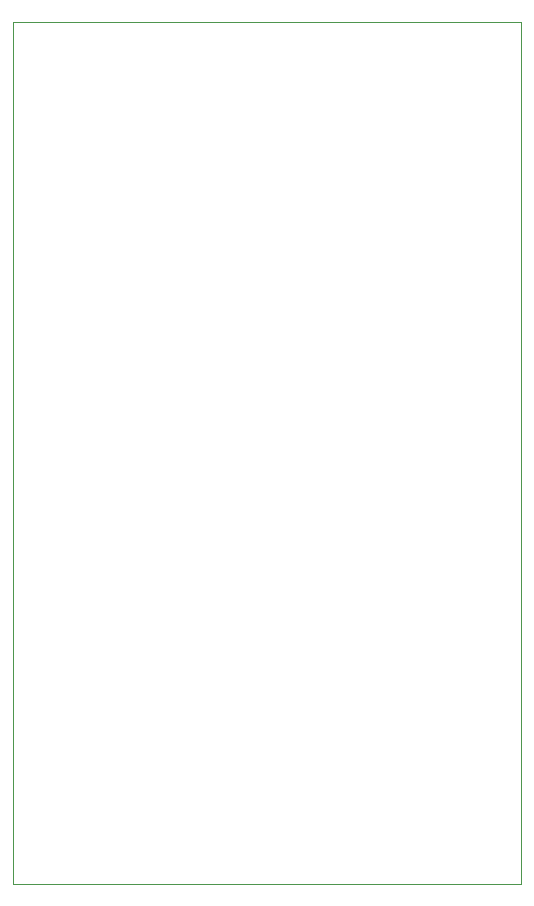
<source format=gbr>
%TF.GenerationSoftware,KiCad,Pcbnew,(5.1.10)-1*%
%TF.CreationDate,2021-11-19T12:16:16+02:00*%
%TF.ProjectId,25-station-led-alarm,32352d73-7461-4746-996f-6e2d6c65642d,rev?*%
%TF.SameCoordinates,Original*%
%TF.FileFunction,Profile,NP*%
%FSLAX46Y46*%
G04 Gerber Fmt 4.6, Leading zero omitted, Abs format (unit mm)*
G04 Created by KiCad (PCBNEW (5.1.10)-1) date 2021-11-19 12:16:16*
%MOMM*%
%LPD*%
G01*
G04 APERTURE LIST*
%TA.AperFunction,Profile*%
%ADD10C,0.050000*%
%TD*%
G04 APERTURE END LIST*
D10*
X167000000Y-160000000D02*
X124000000Y-160000000D01*
X124000000Y-87000000D02*
X124000000Y-160000000D01*
X167000000Y-87000000D02*
X167000000Y-160000000D01*
X124000000Y-87000000D02*
X167000000Y-87000000D01*
M02*

</source>
